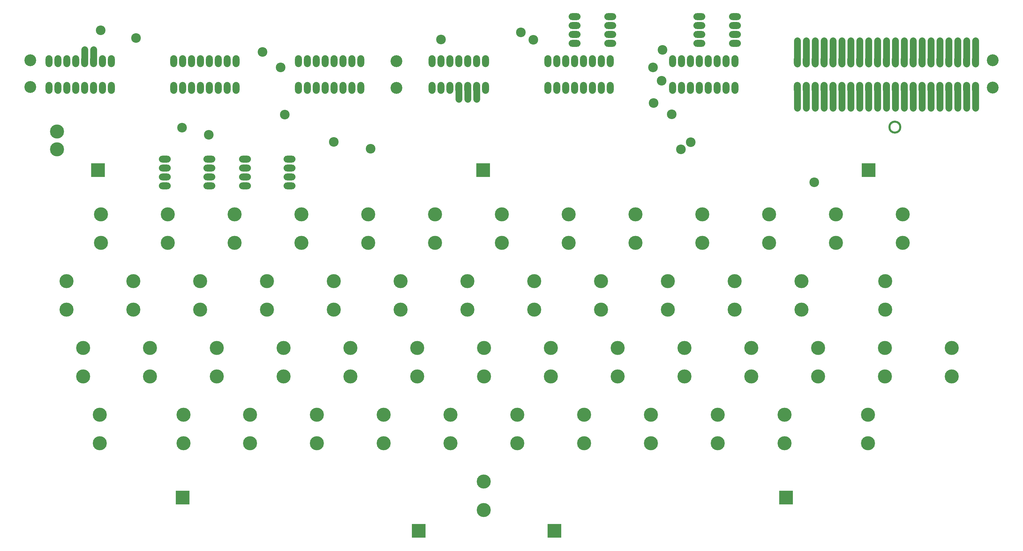
<source format=gts>
G04*
G04 #@! TF.GenerationSoftware,Altium Limited,Altium Designer,18.1.9 (240)*
G04*
G04 Layer_Color=8388736*
%FSLAX25Y25*%
%MOIN*%
G70*
G01*
G75*
%ADD10C,0.07800*%
%ADD11C,0.02300*%
%ADD12C,0.15800*%
%ADD13O,0.07800X0.13300*%
%ADD14C,0.10800*%
%ADD15R,0.15800X0.15800*%
%ADD16O,0.13300X0.07800*%
%ADD17C,0.13300*%
%ADD18C,0.05800*%
D10*
X542600Y554800D02*
Y570500D01*
X552600Y554800D02*
Y570500D01*
X562600Y554800D02*
Y570500D01*
X1122800Y594600D02*
Y620300D01*
Y544700D02*
Y570400D01*
X1112800Y594600D02*
Y620300D01*
Y544700D02*
Y570400D01*
X1102800Y594600D02*
Y620300D01*
Y544700D02*
Y570400D01*
X1092800Y594600D02*
Y620300D01*
Y544700D02*
Y570400D01*
X1082800Y594600D02*
Y620300D01*
Y544700D02*
Y570400D01*
X1072800Y594600D02*
Y620300D01*
Y544700D02*
Y570400D01*
X1062800Y594600D02*
Y620300D01*
Y544700D02*
Y570400D01*
X1052800Y594600D02*
Y620300D01*
Y544700D02*
Y570400D01*
X1042800Y594600D02*
Y620300D01*
Y544700D02*
Y570400D01*
X1032800Y594600D02*
Y620300D01*
Y544700D02*
Y570400D01*
X1022800Y594600D02*
Y620300D01*
Y544700D02*
Y570400D01*
X1012800Y594600D02*
Y620300D01*
Y544700D02*
Y570400D01*
X1002800Y594600D02*
Y620300D01*
Y544700D02*
Y570400D01*
X992800Y594600D02*
Y620300D01*
Y544700D02*
Y570400D01*
X982800Y594600D02*
Y620300D01*
Y544700D02*
Y570400D01*
X972800Y594600D02*
Y620300D01*
Y544700D02*
Y570400D01*
X962800Y594600D02*
Y620300D01*
Y544700D02*
Y570400D01*
X952800Y594600D02*
Y620300D01*
Y544700D02*
Y570400D01*
X942800Y594600D02*
Y620300D01*
Y544700D02*
Y570400D01*
X932800Y594600D02*
Y620300D01*
Y544700D02*
Y570400D01*
X922800Y544700D02*
Y570400D01*
Y594600D02*
Y620300D01*
X132600Y594700D02*
Y610400D01*
X122600Y594700D02*
Y610400D01*
D11*
X1038361Y523400D02*
G03*
X1038361Y523400I-6161J0D01*
G01*
D12*
X552500Y350500D02*
D03*
Y318500D02*
D03*
X1002200Y200500D02*
D03*
Y168500D02*
D03*
X908300Y200500D02*
D03*
Y168500D02*
D03*
X833300Y200500D02*
D03*
Y168500D02*
D03*
X758300Y200500D02*
D03*
Y168500D02*
D03*
X683300Y200500D02*
D03*
Y168500D02*
D03*
X608300Y200500D02*
D03*
Y168500D02*
D03*
X533300Y200500D02*
D03*
Y168500D02*
D03*
X458300Y200500D02*
D03*
Y168500D02*
D03*
X383300Y200500D02*
D03*
Y168500D02*
D03*
X308300Y200500D02*
D03*
Y168500D02*
D03*
X139800Y200500D02*
D03*
Y168500D02*
D03*
X1096200Y275500D02*
D03*
Y243500D02*
D03*
X1021200Y275500D02*
D03*
Y243500D02*
D03*
X946200Y275500D02*
D03*
Y243500D02*
D03*
X871200Y275500D02*
D03*
Y243500D02*
D03*
X796200Y275500D02*
D03*
Y243500D02*
D03*
X721200Y275500D02*
D03*
Y243500D02*
D03*
X646200Y275500D02*
D03*
Y243500D02*
D03*
X571200Y275500D02*
D03*
Y243500D02*
D03*
X496200Y275500D02*
D03*
Y243500D02*
D03*
X421200Y275500D02*
D03*
Y243500D02*
D03*
X346200Y275500D02*
D03*
Y243500D02*
D03*
X271200Y275500D02*
D03*
Y243500D02*
D03*
X196200Y275500D02*
D03*
Y243500D02*
D03*
X1021400Y350500D02*
D03*
Y318500D02*
D03*
X927500Y350500D02*
D03*
Y318500D02*
D03*
X852500Y350500D02*
D03*
Y318500D02*
D03*
X777500Y350500D02*
D03*
Y318500D02*
D03*
X702500Y350500D02*
D03*
Y318500D02*
D03*
X627500Y350500D02*
D03*
Y318500D02*
D03*
X477500Y350500D02*
D03*
Y318500D02*
D03*
X402500Y350500D02*
D03*
Y318500D02*
D03*
X327500Y350500D02*
D03*
Y318500D02*
D03*
X252500Y350500D02*
D03*
Y318500D02*
D03*
X177500Y350500D02*
D03*
Y318500D02*
D03*
X570800Y125500D02*
D03*
Y93500D02*
D03*
X1041100Y425500D02*
D03*
Y393500D02*
D03*
X966100Y425500D02*
D03*
Y393500D02*
D03*
X891100Y425500D02*
D03*
Y393500D02*
D03*
X816100Y425500D02*
D03*
Y393500D02*
D03*
X741100Y425500D02*
D03*
Y393500D02*
D03*
X666100Y425500D02*
D03*
Y393500D02*
D03*
X591100Y425500D02*
D03*
Y393500D02*
D03*
X516100Y425500D02*
D03*
Y393500D02*
D03*
X441100Y425500D02*
D03*
Y393500D02*
D03*
X366100Y425500D02*
D03*
Y393500D02*
D03*
X291100Y425500D02*
D03*
Y393500D02*
D03*
X216100Y425500D02*
D03*
Y393500D02*
D03*
X233700Y200500D02*
D03*
Y168500D02*
D03*
X121200Y275500D02*
D03*
Y243500D02*
D03*
X102500Y350500D02*
D03*
Y318500D02*
D03*
X141100Y425500D02*
D03*
Y393500D02*
D03*
X91700Y498500D02*
D03*
Y518500D02*
D03*
D13*
X1122800Y597500D02*
D03*
Y567500D02*
D03*
X1112800Y597500D02*
D03*
Y567500D02*
D03*
X1102800Y597500D02*
D03*
Y567500D02*
D03*
X1092800Y597500D02*
D03*
Y567500D02*
D03*
X1082800Y597500D02*
D03*
Y567500D02*
D03*
X1072800Y597500D02*
D03*
Y567500D02*
D03*
X1062800Y597500D02*
D03*
Y567500D02*
D03*
X1052800Y597500D02*
D03*
Y567500D02*
D03*
X1042800Y597500D02*
D03*
Y567500D02*
D03*
X1032800Y597500D02*
D03*
Y567500D02*
D03*
X1022800Y597500D02*
D03*
Y567500D02*
D03*
X1012800Y597500D02*
D03*
Y567500D02*
D03*
X1002800Y597500D02*
D03*
Y567500D02*
D03*
X992800Y597500D02*
D03*
Y567500D02*
D03*
X982800Y597500D02*
D03*
Y567500D02*
D03*
X972800Y597500D02*
D03*
Y567500D02*
D03*
X962800Y597500D02*
D03*
Y567500D02*
D03*
X952800Y597500D02*
D03*
Y567500D02*
D03*
X942800Y597500D02*
D03*
Y567500D02*
D03*
X932800Y597500D02*
D03*
Y567500D02*
D03*
X922800Y597500D02*
D03*
Y567500D02*
D03*
X512600Y597500D02*
D03*
Y567600D02*
D03*
X522600D02*
D03*
X532600D02*
D03*
X542600D02*
D03*
X552600D02*
D03*
X562600D02*
D03*
X572600D02*
D03*
X552600Y597600D02*
D03*
X542600D02*
D03*
X532600D02*
D03*
X522600D02*
D03*
X562600D02*
D03*
X572600D02*
D03*
X82600D02*
D03*
X92600Y597300D02*
D03*
X152600Y567600D02*
D03*
Y597600D02*
D03*
X112600D02*
D03*
X122600D02*
D03*
X132600D02*
D03*
X142600D02*
D03*
Y567600D02*
D03*
X132600D02*
D03*
X122600D02*
D03*
X112600D02*
D03*
X102600D02*
D03*
X92600D02*
D03*
X82600D02*
D03*
X102600Y597500D02*
D03*
X832600Y567600D02*
D03*
X842600D02*
D03*
X852600D02*
D03*
Y597600D02*
D03*
X842600D02*
D03*
X832600D02*
D03*
X782600Y567600D02*
D03*
X792600D02*
D03*
X802600D02*
D03*
X812600D02*
D03*
X822600D02*
D03*
Y597600D02*
D03*
X812600D02*
D03*
X802600D02*
D03*
X792600D02*
D03*
X782600D02*
D03*
X712600Y567600D02*
D03*
X702600D02*
D03*
X692600D02*
D03*
X682600D02*
D03*
X672600D02*
D03*
X662600D02*
D03*
X652600D02*
D03*
X642600D02*
D03*
Y597600D02*
D03*
X652600D02*
D03*
X662600D02*
D03*
X672600D02*
D03*
X682600D02*
D03*
X692600D02*
D03*
X702600D02*
D03*
X712600D02*
D03*
X412600Y567600D02*
D03*
X422600D02*
D03*
X432600D02*
D03*
Y597600D02*
D03*
X422600D02*
D03*
X412600D02*
D03*
X362600Y567600D02*
D03*
X372600D02*
D03*
X382600D02*
D03*
X392600D02*
D03*
X402600D02*
D03*
Y597600D02*
D03*
X392600D02*
D03*
X382600D02*
D03*
X372600D02*
D03*
X362600D02*
D03*
X282600Y567600D02*
D03*
X292600D02*
D03*
Y597600D02*
D03*
X282600D02*
D03*
X252600Y567600D02*
D03*
X262600D02*
D03*
X272600D02*
D03*
Y597600D02*
D03*
X262600D02*
D03*
X252600D02*
D03*
X222600Y567600D02*
D03*
X232600D02*
D03*
X242600D02*
D03*
Y597600D02*
D03*
X232600D02*
D03*
X222600D02*
D03*
D14*
X941700Y461500D02*
D03*
X791900Y498600D02*
D03*
X802900Y506300D02*
D03*
X781700Y537900D02*
D03*
X443800Y499200D02*
D03*
X402300Y506700D02*
D03*
X347300Y537300D02*
D03*
X262200Y514800D02*
D03*
X232200Y522900D02*
D03*
X140700Y632000D02*
D03*
X180300Y623400D02*
D03*
X322400Y607700D02*
D03*
X342800Y590400D02*
D03*
X522700Y621800D02*
D03*
X612300Y629900D02*
D03*
X626500Y621400D02*
D03*
X761300Y550400D02*
D03*
X770400Y575600D02*
D03*
X760600Y590600D02*
D03*
X771300Y610200D02*
D03*
D15*
X650100Y70100D02*
D03*
X497600D02*
D03*
X910100Y107600D02*
D03*
X232600D02*
D03*
X137600Y475100D02*
D03*
X570100D02*
D03*
X1002600D02*
D03*
D16*
X812600Y617600D02*
D03*
Y627600D02*
D03*
Y637600D02*
D03*
Y647600D02*
D03*
X852600D02*
D03*
Y637600D02*
D03*
Y627600D02*
D03*
Y617600D02*
D03*
X712600D02*
D03*
Y627600D02*
D03*
Y637600D02*
D03*
Y647600D02*
D03*
X672600D02*
D03*
Y637600D02*
D03*
Y627600D02*
D03*
Y617600D02*
D03*
X352600Y457600D02*
D03*
Y467600D02*
D03*
Y477600D02*
D03*
Y487600D02*
D03*
X302600Y457600D02*
D03*
Y467600D02*
D03*
Y477600D02*
D03*
Y487600D02*
D03*
X262600Y457600D02*
D03*
Y467600D02*
D03*
Y477600D02*
D03*
Y487600D02*
D03*
X212600Y457600D02*
D03*
Y467600D02*
D03*
Y477600D02*
D03*
Y487600D02*
D03*
D17*
X472600Y567600D02*
D03*
Y597600D02*
D03*
X61700Y598500D02*
D03*
Y568500D02*
D03*
X1142200Y567700D02*
D03*
Y598300D02*
D03*
D18*
X542600Y557600D02*
D03*
X552600D02*
D03*
X562600D02*
D03*
X1122900Y617500D02*
D03*
X1122800Y607500D02*
D03*
Y557500D02*
D03*
X1122700Y547500D02*
D03*
X1112900Y617500D02*
D03*
X1112800Y607500D02*
D03*
Y557500D02*
D03*
X1112700Y547500D02*
D03*
X1102900Y617500D02*
D03*
X1102800Y607500D02*
D03*
Y557500D02*
D03*
X1102700Y547500D02*
D03*
X1092900Y617500D02*
D03*
X1092800Y607500D02*
D03*
Y557500D02*
D03*
X1092700Y547500D02*
D03*
X1082900Y617500D02*
D03*
X1082800Y607500D02*
D03*
Y557500D02*
D03*
X1082700Y547500D02*
D03*
X1072900Y617500D02*
D03*
X1072800Y607500D02*
D03*
Y557500D02*
D03*
X1072700Y547500D02*
D03*
X1062900Y617500D02*
D03*
X1062800Y607500D02*
D03*
Y557500D02*
D03*
X1062700Y547500D02*
D03*
X1052900Y617500D02*
D03*
X1052800Y607500D02*
D03*
Y557500D02*
D03*
X1052700Y547500D02*
D03*
X1042900Y617500D02*
D03*
X1042800Y607500D02*
D03*
Y557500D02*
D03*
X1042700Y547500D02*
D03*
X1032900Y617500D02*
D03*
X1032800Y607500D02*
D03*
Y557500D02*
D03*
X1032700Y547500D02*
D03*
X1022900Y617500D02*
D03*
X1022800Y607500D02*
D03*
Y557500D02*
D03*
X1022700Y547500D02*
D03*
X1012900Y617500D02*
D03*
X1012800Y607500D02*
D03*
Y557500D02*
D03*
X1012700Y547500D02*
D03*
X1002900Y617500D02*
D03*
X1002800Y607500D02*
D03*
Y557500D02*
D03*
X1002700Y547500D02*
D03*
X992900Y617500D02*
D03*
X992800Y607500D02*
D03*
Y557500D02*
D03*
X992700Y547500D02*
D03*
X982900Y617500D02*
D03*
X982800Y607500D02*
D03*
Y557500D02*
D03*
X982700Y547500D02*
D03*
X972900Y617500D02*
D03*
X972800Y607500D02*
D03*
Y557500D02*
D03*
X972700Y547500D02*
D03*
X962900Y617500D02*
D03*
X962800Y607500D02*
D03*
Y557500D02*
D03*
X962700Y547500D02*
D03*
X952900Y617500D02*
D03*
X952800Y607500D02*
D03*
Y557500D02*
D03*
X952700Y547500D02*
D03*
X942900Y617500D02*
D03*
X942800Y607500D02*
D03*
Y557500D02*
D03*
X942700Y547500D02*
D03*
X932900Y617500D02*
D03*
X932800Y607500D02*
D03*
Y557500D02*
D03*
X932700Y547500D02*
D03*
X922700D02*
D03*
X922800Y557500D02*
D03*
Y607500D02*
D03*
X922900Y617500D02*
D03*
X132600Y607600D02*
D03*
X122600D02*
D03*
M02*

</source>
